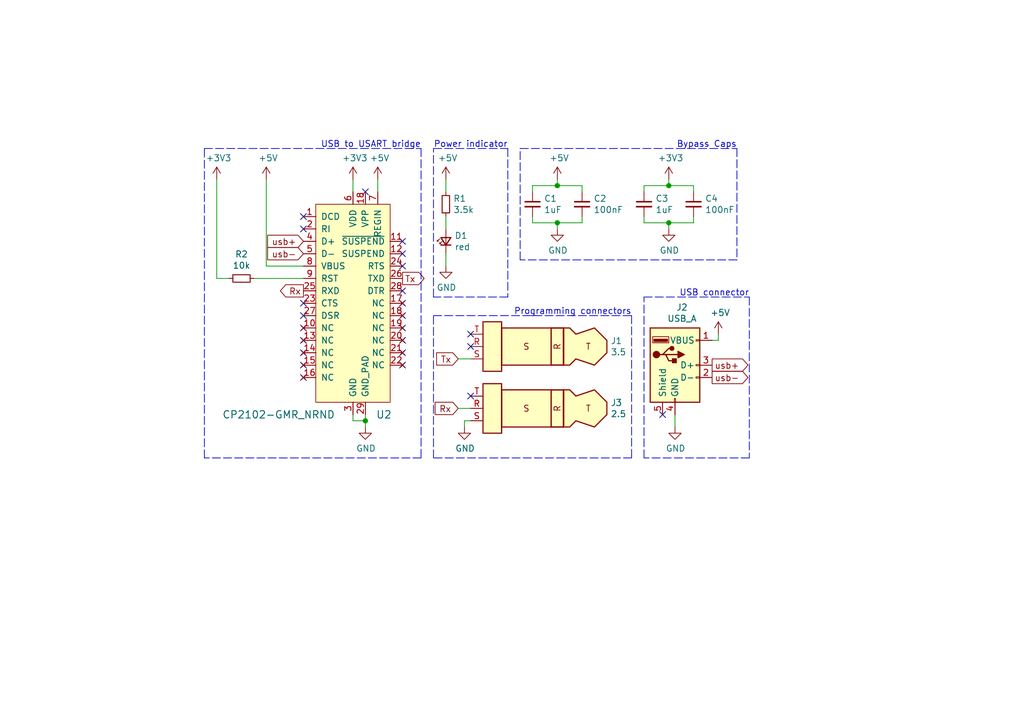
<source format=kicad_sch>
(kicad_sch (version 20211123) (generator eeschema)
  (paper "A5")
  (title_block (title "Baofeng Programming Cable") (date "2021-08-29") (rev "v1.0") (company "Jared Jackson"))
  (lib_symbols
    (symbol "Connector:AudioPlug3"
      (property "Reference" "J" (at 1.27 6.35 0))
      (property "Value" "AudioPlug3" (at 1.27 -6.35 0))
      (symbol "AudioPlug3_0_0"
        (text "R" (at -2.54 0 900) (effects (font (size 1.27 1.27))))
      )
      (symbol "AudioPlug3_0_1"
        (rectangle (start -3.81 3.81) (end -1.27 -3.81) (stroke (width 0.254)))
        (rectangle (start -1.27 -1.27) (end -1.27 -1.27))
      )
      (symbol "AudioPlug3_1_0"
        (text "S" (at 3.81 0 0) (effects (font (size 1.27 1.27))))
        (text "T" (at -8.89 0 0) (effects (font (size 1.27 1.27))))
      )
      (symbol "AudioPlug3_1_1"
        (rectangle (start -3.81 3.81) (end 8.89 -3.81) (stroke (width 0.254)) (fill (type background)))
        (polyline (pts (xy -3.81 3.81) (xy -5.08 3.81) (xy -6.35 2.54) (xy -10.16 3.81) (xy -12.7 1.27) (xy -12.7 -1.27) (xy -10.16 -3.81) (xy -6.35 -2.54) (xy -5.08 -3.81) (xy -3.81 -3.81) (xy -3.81 3.81)) (stroke (width 0.254)) (fill (type background)))
        (rectangle (start 12.7 5.08) (end 8.89 -5.08) (stroke (width 0.254)) (fill (type background)))
        (pin passive line (at 15.24 0 180) (length 2.54) (name "~") (number "R"))
        (pin passive line (at 15.24 2.54 180) (length 2.54) (name "~") (number "S"))
        (pin passive line (at 15.24 -2.54 180) (length 2.54) (name "~") (number "T"))
      )
    )
    (symbol "Connector:USB_A" (pin_names (offset 1.016))
      (property "Reference" "J" (at -5.08 11.43 0))
      (property "Value" "USB_A" (at -5.08 8.89 0))
      (symbol "USB_A_0_1"
        (rectangle (start -5.08 -7.62) (end 5.08 7.62) (stroke (width 0.254)) (fill (type background)))
        (circle (center -3.81 2.159) (radius 0.635) (stroke (width 0.254)) (fill (type outline)))
        (rectangle (start -1.524 4.826) (end -4.318 5.334) (fill (type outline)))
        (rectangle (start -1.27 4.572) (end -4.572 5.842))
        (circle (center -0.635 3.429) (radius 0.381) (stroke (width 0.254)) (fill (type outline)))
        (rectangle (start -0.127 -7.62) (end 0.127 -6.858))
        (polyline (pts (xy -3.175 2.159) (xy -2.54 2.159) (xy -1.27 3.429) (xy -0.635 3.429)) (stroke (width 0.254)))
        (polyline (pts (xy -2.54 2.159) (xy -1.905 2.159) (xy -1.27 0.889) (xy 0 0.889)) (stroke (width 0.254)))
        (polyline (pts (xy 0.635 2.794) (xy 0.635 1.524) (xy 1.905 2.159) (xy 0.635 2.794)) (stroke (width 0.254)) (fill (type outline)))
        (rectangle (start 0.254 1.27) (end -0.508 0.508) (stroke (width 0.254)) (fill (type outline)))
        (rectangle (start 5.08 -2.667) (end 4.318 -2.413))
        (rectangle (start 5.08 -0.127) (end 4.318 0.127))
        (rectangle (start 5.08 4.953) (end 4.318 5.207))
      )
      (symbol "USB_A_1_1"
        (polyline (pts (xy -1.905 2.159) (xy 0.635 2.159)) (stroke (width 0.254)))
        (pin power_in line (at 7.62 5.08 180) (length 2.54) (name "VBUS") (number "1"))
        (pin bidirectional line (at 7.62 -2.54 180) (length 2.54) (name "D-") (number "2"))
        (pin bidirectional line (at 7.62 0 180) (length 2.54) (name "D+") (number "3"))
        (pin power_in line (at 0 -10.16 90) (length 2.54) (name "GND") (number "4"))
        (pin passive line (at -2.54 -10.16 90) (length 2.54) (name "Shield") (number "5"))
      )
    )
    (symbol "Device:C_Small" (pin_numbers hide) (pin_names (offset 0.254) hide)
      (property "Reference" "C" (at 0.254 1.778 0))
      (property "Value" "C_Small" (at 0.254 -2.032 0))
      (symbol "C_Small_0_1"
        (polyline (pts (xy -1.524 -0.508) (xy 1.524 -0.508)) (stroke (width 0.3302)))
        (polyline (pts (xy -1.524 0.508) (xy 1.524 0.508)) (stroke (width 0.3048)))
      )
      (symbol "C_Small_1_1"
        (pin passive line (at 0 2.54 270) (length 2.032) (name "~") (number "1"))
        (pin passive line (at 0 -2.54 90) (length 2.032) (name "~") (number "2"))
      )
    )
    (symbol "Device:LED_Small" (pin_numbers hide) (pin_names (offset 0.254) hide)
      (property "Reference" "D" (at -1.27 3.175 0))
      (property "Value" "LED_Small" (at -4.445 -2.54 0))
      (symbol "LED_Small_0_1"
        (polyline (pts (xy -0.762 -1.016) (xy -0.762 1.016)) (stroke (width 0.254)))
        (polyline (pts (xy 1.016 0) (xy -0.762 0)))
        (polyline (pts (xy 0.762 -1.016) (xy -0.762 0) (xy 0.762 1.016) (xy 0.762 -1.016)) (stroke (width 0.254)))
        (polyline (pts (xy 0 0.762) (xy -0.508 1.27) (xy -0.254 1.27) (xy -0.508 1.27) (xy -0.508 1.016)))
        (polyline (pts (xy 0.508 1.27) (xy 0 1.778) (xy 0.254 1.778) (xy 0 1.778) (xy 0 1.524)))
      )
      (symbol "LED_Small_1_1"
        (pin passive line (at -2.54 0 0) (length 1.778) (name "K") (number "1"))
        (pin passive line (at 2.54 0 180) (length 1.778) (name "A") (number "2"))
      )
    )
    (symbol "Device:R_Small" (pin_numbers hide) (pin_names (offset 0.254) hide)
      (property "Reference" "R" (at 0.762 0.508 0))
      (property "Value" "R_Small" (at 0.762 -1.016 0))
      (symbol "R_Small_0_1"
        (rectangle (start -0.762 1.778) (end 0.762 -1.778) (stroke (width 0.2032)))
      )
      (symbol "R_Small_1_1"
        (pin passive line (at 0 2.54 270) (length 0.762) (name "~") (number "1"))
        (pin passive line (at 0 -2.54 90) (length 0.762) (name "~") (number "2"))
      )
    )
    (symbol "dk_Interface-Controllers:CP2102-GMR_NRND" (pin_names (offset 1.016))
      (property "Reference" "U" (at -2.54 19.05 0))
      (property "Value" "dk_Interface-Controllers_CP2102-GMR_NRND" (at 2.54 -5.08 90))
      (symbol "CP2102-GMR_NRND_0_1"
        (rectangle (start -5.08 17.78) (end 10.16 -22.86) (fill (type background)))
      )
      (symbol "CP2102-GMR_NRND_1_1"
        (pin input line (at -7.62 15.24 0) (length 2.54) (name "DCD") (number "1"))
        (pin no_connect line (at -7.62 -7.62 0) (length 2.54) (name "NC") (number "10"))
        (pin output line (at 12.7 10.16 180) (length 2.54) (name "~{SUSPEND}") (number "11"))
        (pin output line (at 12.7 7.62 180) (length 2.54) (name "SUSPEND") (number "12"))
        (pin no_connect line (at -7.62 -10.16 0) (length 2.54) (name "NC") (number "13"))
        (pin no_connect line (at -7.62 -12.7 0) (length 2.54) (name "NC") (number "14"))
        (pin no_connect line (at -7.62 -15.24 0) (length 2.54) (name "NC") (number "15"))
        (pin no_connect line (at -7.62 -17.78 0) (length 2.54) (name "NC") (number "16"))
        (pin no_connect line (at 12.7 -2.54 180) (length 2.54) (name "NC") (number "17"))
        (pin no_connect line (at 12.7 -5.08 180) (length 2.54) (name "NC") (number "18"))
        (pin power_in line (at 5.08 20.32 270) (length 2.54) (name "VPP") (number "18"))
        (pin no_connect line (at 12.7 -7.62 180) (length 2.54) (name "NC") (number "19"))
        (pin input line (at -7.62 12.7 0) (length 2.54) (name "RI") (number "2"))
        (pin no_connect line (at 12.7 -10.16 180) (length 2.54) (name "NC") (number "20"))
        (pin no_connect line (at 12.7 -12.7 180) (length 2.54) (name "NC") (number "21"))
        (pin no_connect line (at 12.7 -15.24 180) (length 2.54) (name "NC") (number "22"))
        (pin input line (at -7.62 -2.54 0) (length 2.54) (name "CTS") (number "23"))
        (pin output line (at 12.7 5.08 180) (length 2.54) (name "RTS") (number "24"))
        (pin input line (at -7.62 0 0) (length 2.54) (name "RXD") (number "25"))
        (pin output line (at 12.7 2.54 180) (length 2.54) (name "TXD") (number "26"))
        (pin input line (at -7.62 -5.08 0) (length 2.54) (name "DSR") (number "27"))
        (pin output line (at 12.7 0 180) (length 2.54) (name "DTR") (number "28"))
        (pin power_in line (at 5.08 -25.4 90) (length 2.54) (name "GND_PAD") (number "29"))
        (pin power_in line (at 2.54 -25.4 90) (length 2.54) (name "GND") (number "3"))
        (pin bidirectional line (at -7.62 10.16 0) (length 2.54) (name "D+") (number "4"))
        (pin bidirectional line (at -7.62 7.62 0) (length 2.54) (name "D-") (number "5"))
        (pin passive line (at 2.54 20.32 270) (length 2.54) (name "VDD") (number "6"))
        (pin power_in line (at 7.62 20.32 270) (length 2.54) (name "REGIN") (number "7"))
        (pin input line (at -7.62 5.08 0) (length 2.54) (name "VBUS") (number "8"))
        (pin bidirectional line (at -7.62 2.54 0) (length 2.54) (name "RST") (number "9"))
      )
    )
    (symbol "power:+3V3" (power) (pin_names (offset 0))
      (property "Value" "+3V3" (at 0 3.556 0))
      (symbol "+3V3_0_1"
        (polyline (pts (xy -0.762 1.27) (xy 0 2.54)))
        (polyline (pts (xy 0 0) (xy 0 2.54)))
        (polyline (pts (xy 0 2.54) (xy 0.762 1.27)))
      )
      (symbol "+3V3_1_1"
        (pin power_in line (at 0 0 90) (length 0) hide (name "+3V3") (number "1"))
      )
    )
    (symbol "power:+5V" (power) (pin_names (offset 0))
      (property "Value" "+5V" (at 0 3.556 0))
      (symbol "+5V_0_1"
        (polyline (pts (xy -0.762 1.27) (xy 0 2.54)))
        (polyline (pts (xy 0 0) (xy 0 2.54)))
        (polyline (pts (xy 0 2.54) (xy 0.762 1.27)))
      )
      (symbol "+5V_1_1"
        (pin power_in line (at 0 0 90) (length 0) hide (name "+5V") (number "1"))
      )
    )
    (symbol "power:GND" (power) (pin_names (offset 0))
      (property "Value" "GND" (at 0 -3.81 0))
      (symbol "GND_0_1"
        (polyline (pts (xy 0 0) (xy 0 -1.27) (xy 1.27 -1.27) (xy 0 -2.54) (xy -1.27 -1.27) (xy 0 -1.27)))
      )
      (symbol "GND_1_1"
        (pin power_in line (at 0 0 270) (length 0) hide (name "GND") (number "1"))
      )
    )
  )
  (junction (at 74.93 86.36))
  (junction (at 137.16 45.72))
  (junction (at 114.3 45.72))
  (junction (at 137.16 38.1))
  (junction (at 114.3 38.1))
  (no_connect (at 62.23 64.77))
  (no_connect (at 62.23 72.39))
  (no_connect (at 82.55 62.23))
  (no_connect (at 82.55 69.85))
  (no_connect (at 82.55 52.07))
  (no_connect (at 82.55 72.39))
  (no_connect (at 82.55 64.77))
  (no_connect (at 62.23 46.99))
  (no_connect (at 82.55 54.61))
  (no_connect (at 82.55 49.53))
  (no_connect (at 96.52 81.28))
  (no_connect (at 135.89 85.09))
  (no_connect (at 82.55 59.69))
  (no_connect (at 62.23 62.23))
  (no_connect (at 62.23 69.85))
  (no_connect (at 62.23 74.93))
  (no_connect (at 62.23 77.47))
  (no_connect (at 96.52 68.58))
  (no_connect (at 96.52 71.12))
  (no_connect (at 82.55 74.93))
  (no_connect (at 74.93 39.37))
  (no_connect (at 82.55 67.31))
  (no_connect (at 62.23 44.45))
  (no_connect (at 62.23 67.31))
  (wire (pts (xy 72.39 39.37) (xy 72.39 36.83)))
  (wire (pts (xy 44.45 36.83) (xy 44.45 57.15)))
  (wire (pts (xy 119.38 45.72) (xy 119.38 44.45)))
  (wire (pts (xy 138.43 87.63) (xy 138.43 85.09)))
  (wire (pts (xy 91.44 39.37) (xy 91.44 36.83)))
  (wire (pts (xy 132.08 39.37) (xy 132.08 38.1)))
  (polyline (pts (xy 88.9 93.98) (xy 88.9 64.77)))
  (wire (pts (xy 114.3 45.72) (xy 119.38 45.72)))
  (wire (pts (xy 132.08 38.1) (xy 137.16 38.1)))
  (wire (pts (xy 91.44 52.07) (xy 91.44 54.61)))
  (wire (pts (xy 142.24 38.1) (xy 142.24 39.37)))
  (polyline (pts (xy 106.68 30.48) (xy 151.13 30.48)))
  (polyline (pts (xy 153.67 60.96) (xy 153.67 93.98)))
  (wire (pts (xy 96.52 86.36) (xy 95.25 86.36)))
  (polyline (pts (xy 88.9 60.96) (xy 88.9 30.48)))
  (polyline (pts (xy 151.13 53.34) (xy 106.68 53.34)))
  (wire (pts (xy 142.24 45.72) (xy 142.24 44.45)))
  (polyline (pts (xy 106.68 53.34) (xy 106.68 30.48)))
  (wire (pts (xy 54.61 36.83) (xy 54.61 54.61)))
  (wire (pts (xy 72.39 85.09) (xy 72.39 86.36)))
  (wire (pts (xy 114.3 38.1) (xy 119.38 38.1)))
  (polyline (pts (xy 88.9 30.48) (xy 104.14 30.48)))
  (wire (pts (xy 52.07 57.15) (xy 62.23 57.15)))
  (wire (pts (xy 132.08 44.45) (xy 132.08 45.72)))
  (wire (pts (xy 146.05 69.85) (xy 147.32 69.85)))
  (wire (pts (xy 119.38 38.1) (xy 119.38 39.37)))
  (wire (pts (xy 74.93 87.63) (xy 74.93 86.36)))
  (wire (pts (xy 137.16 38.1) (xy 142.24 38.1)))
  (wire (pts (xy 91.44 46.99) (xy 91.44 44.45)))
  (wire (pts (xy 109.22 39.37) (xy 109.22 38.1)))
  (polyline (pts (xy 132.08 60.96) (xy 153.67 60.96)))
  (wire (pts (xy 96.52 73.66) (xy 93.98 73.66)))
  (wire (pts (xy 93.98 83.82) (xy 96.52 83.82)))
  (polyline (pts (xy 88.9 64.77) (xy 129.54 64.77)))
  (polyline (pts (xy 41.91 30.48) (xy 86.36 30.48)))
  (polyline (pts (xy 151.13 30.48) (xy 151.13 53.34)))
  (wire (pts (xy 109.22 44.45) (xy 109.22 45.72)))
  (wire (pts (xy 72.39 86.36) (xy 74.93 86.36)))
  (wire (pts (xy 54.61 54.61) (xy 62.23 54.61)))
  (wire (pts (xy 147.32 69.85) (xy 147.32 68.58)))
  (polyline (pts (xy 153.67 93.98) (xy 132.08 93.98)))
  (wire (pts (xy 109.22 45.72) (xy 114.3 45.72)))
  (wire (pts (xy 44.45 57.15) (xy 46.99 57.15)))
  (polyline (pts (xy 129.54 64.77) (xy 129.54 93.98)))
  (wire (pts (xy 74.93 86.36) (xy 74.93 85.09)))
  (polyline (pts (xy 41.91 93.98) (xy 41.91 30.48)))
  (wire (pts (xy 109.22 38.1) (xy 114.3 38.1)))
  (wire (pts (xy 114.3 38.1) (xy 114.3 36.83)))
  (polyline (pts (xy 104.14 30.48) (xy 104.14 60.96)))
  (wire (pts (xy 114.3 45.72) (xy 114.3 46.99)))
  (wire (pts (xy 137.16 46.99) (xy 137.16 45.72)))
  (wire (pts (xy 95.25 86.36) (xy 95.25 87.63)))
  (wire (pts (xy 137.16 38.1) (xy 137.16 36.83)))
  (wire (pts (xy 132.08 45.72) (xy 137.16 45.72)))
  (polyline (pts (xy 104.14 60.96) (xy 88.9 60.96)))
  (wire (pts (xy 77.47 36.83) (xy 77.47 39.37)))
  (polyline (pts (xy 132.08 93.98) (xy 132.08 60.96)))
  (polyline (pts (xy 86.36 93.98) (xy 41.91 93.98)))
  (polyline (pts (xy 86.36 30.48) (xy 86.36 93.98)))
  (polyline (pts (xy 129.54 93.98) (xy 88.9 93.98)))
  (wire (pts (xy 137.16 45.72) (xy 142.24 45.72)))
  (text "USB connector" (at 153.67 60.96 180) (effects (font (size 1.27 1.27)) (justify right bottom)))
  (text "Bypass Caps" (at 151.13 30.48 180) (effects (font (size 1.27 1.27)) (justify right bottom)))
  (text "Power indicator" (at 104.14 30.48 180) (effects (font (size 1.27 1.27)) (justify right bottom)))
  (text "USB to USART bridge" (at 86.36 30.48 180) (effects (font (size 1.27 1.27)) (justify right bottom)))
  (text "Programming connectors" (at 129.54 64.77 180) (effects (font (size 1.27 1.27)) (justify right bottom)))
  (global_label "usb+" (shape input) (at 62.23 49.53 180) (property "Intersheet References" "${INTERSHEET_REFS}" (effects hide)))
  (global_label "Tx" (shape input) (at 93.98 73.66 180) (property "Intersheet References" "${INTERSHEET_REFS}" (effects hide)))
  (global_label "Tx" (shape output) (at 82.55 57.15 0) (property "Intersheet References" "${INTERSHEET_REFS}" (effects hide)))
  (global_label "Rx" (shape output) (at 62.23 59.69 180) (property "Intersheet References" "${INTERSHEET_REFS}" (effects hide)))
  (global_label "usb-" (shape input) (at 62.23 52.07 180) (property "Intersheet References" "${INTERSHEET_REFS}" (effects hide)))
  (global_label "usb-" (shape output) (at 146.05 77.47 0) (property "Intersheet References" "${INTERSHEET_REFS}" (effects hide)))
  (global_label "usb+" (shape output) (at 146.05 74.93 0) (property "Intersheet References" "${INTERSHEET_REFS}" (effects hide)))
  (global_label "Rx" (shape input) (at 93.98 83.82 180) (property "Intersheet References" "${INTERSHEET_REFS}" (effects hide)))
  (symbol (lib_id "Connector:USB_A") (at 138.43 74.93 0) (unit 1)
    (property "Reference" "J2" (at 139.8778 63.0682 0))
    (property "Value" "USB_A" (at 139.8778 65.3796 0))
    (property "Footprint" "0_jared:USB_A_CNCTech_1001-011-01101_Horizontal_3d" (effects hide))
    (property "Datasheet" " ~" (effects hide))
  )
  (symbol (lib_id "dk_Interface-Controllers:CP2102-GMR_NRND") (at 69.85 59.69 0) (unit 1)
    (property "Reference" "U2" (at 78.74 85.09 0) (effects (font (size 1.524 1.524))))
    (property "Value" "CP2102-GMR_NRND" (at 57.15 85.09 0) (effects (font (size 1.524 1.524))))
    (property "Footprint" "Package_DFN_QFN:QFN-28-1EP_5x5mm_P0.5mm_EP3.35x3.35mm_ThermalVias" (effects hide))
    (property "Datasheet" "https://www.silabs.com/documents/public/data-sheets/CP2102-9.pdf" (effects hide))
    (property "Digi-Key_PN" "336-1160-1-ND" (effects hide))
    (property "MPN" "CP2102-GMR" (effects hide))
    (property "Category" "Integrated Circuits (ICs)" (effects hide))
    (property "Family" "Interface - Controllers" (effects hide))
    (property "DK_Datasheet_Link" "https://www.silabs.com/documents/public/data-sheets/CP2102-9.pdf" (effects hide))
    (property "DK_Detail_Page" "/product-detail/en/silicon-labs/CP2102-GMR/336-1160-1-ND/3672615" (effects hide))
    (property "Description" "IC USB-TO-UART BRIDGE 28VQFN" (effects hide))
    (property "Manufacturer" "Silicon Labs" (effects hide))
    (property "Status" "Not For New Designs" (effects hide))
  )
  (symbol (lib_id "Device:R_Small") (at 91.44 41.91 0) (unit 1)
    (property "Reference" "R1" (at 92.9386 40.7416 0) (effects (justify left)))
    (property "Value" "3.5k" (at 92.9386 43.053 0) (effects (justify left)))
    (property "Footprint" "Resistor_SMD:R_0805_2012Metric_Pad1.20x1.40mm_HandSolder" (effects hide))
  )
  (symbol (lib_id "Device:LED_Small") (at 91.44 49.53 90) (unit 1)
    (property "Reference" "D1" (at 93.218 48.3616 90) (effects (justify right)))
    (property "Value" "red" (at 93.218 50.673 90) (effects (justify right)))
    (property "Footprint" "LED_SMD:LED_0603_1608Metric_Castellated" (effects hide))
  )
  (symbol (lib_id "power:GND") (at 91.44 54.61 0) (unit 1)
    (property "Reference" "#PWR011" (effects hide))
    (property "Value" "GND" (at 91.567 59.0042 0))
  )
  (symbol (lib_id "power:GND") (at 138.43 87.63 0) (unit 1)
    (property "Reference" "#PWR016" (effects hide))
    (property "Value" "GND" (at 138.557 92.0242 0))
  )
  (symbol (lib_id "power:GND") (at 74.93 87.63 0) (unit 1)
    (property "Reference" "#PWR014" (effects hide))
    (property "Value" "GND" (at 75.057 92.0242 0))
  )
  (symbol (lib_id "power:+3V3") (at 72.39 36.83 0) (unit 1)
    (property "Reference" "#PWR03" (effects hide))
    (property "Value" "+3V3" (at 72.771 32.4358 0))
  )
  (symbol (lib_id "power:+5V") (at 54.61 36.83 0) (unit 1)
    (property "Reference" "#PWR02" (effects hide))
    (property "Value" "+5V" (at 54.991 32.4358 0))
  )
  (symbol (lib_id "power:+5V") (at 77.47 36.83 0) (unit 1)
    (property "Reference" "#PWR04" (effects hide))
    (property "Value" "+5V" (at 77.851 32.4358 0))
  )
  (symbol (lib_id "power:+5V") (at 147.32 68.58 0) (unit 1)
    (property "Reference" "#PWR013" (effects hide))
    (property "Value" "+5V" (at 147.701 64.1858 0))
  )
  (symbol (lib_id "power:+5V") (at 91.44 36.83 0) (unit 1)
    (property "Reference" "#PWR05" (effects hide))
    (property "Value" "+5V" (at 91.821 32.4358 0))
  )
  (symbol (lib_id "power:+3V3") (at 137.16 36.83 0) (unit 1)
    (property "Reference" "#PWR07" (effects hide))
    (property "Value" "+3V3" (at 137.541 32.4358 0))
  )
  (symbol (lib_id "power:+5V") (at 114.3 36.83 0) (unit 1)
    (property "Reference" "#PWR06" (effects hide))
    (property "Value" "+5V" (at 114.681 32.4358 0))
  )
  (symbol (lib_id "Device:C_Small") (at 119.38 41.91 0) (unit 1)
    (property "Reference" "C2" (at 121.7168 40.7416 0) (effects (justify left)))
    (property "Value" "100nF" (at 121.7168 43.053 0) (effects (justify left)))
    (property "Footprint" "Capacitor_SMD:C_0603_1608Metric_Pad1.08x0.95mm_HandSolder" (effects hide))
  )
  (symbol (lib_id "Device:C_Small") (at 142.24 41.91 0) (unit 1)
    (property "Reference" "C4" (at 144.5768 40.7416 0) (effects (justify left)))
    (property "Value" "100nF" (at 144.5768 43.053 0) (effects (justify left)))
    (property "Footprint" "Capacitor_SMD:C_0603_1608Metric_Pad1.08x0.95mm_HandSolder" (effects hide))
  )
  (symbol (lib_id "Device:C_Small") (at 109.22 41.91 0) (unit 1)
    (property "Reference" "C1" (at 111.5568 40.7416 0) (effects (justify left)))
    (property "Value" "1uF" (at 111.5568 43.053 0) (effects (justify left)))
    (property "Footprint" "Capacitor_SMD:C_0603_1608Metric_Pad1.08x0.95mm_HandSolder" (effects hide))
  )
  (symbol (lib_id "Device:C_Small") (at 132.08 41.91 0) (unit 1)
    (property "Reference" "C3" (at 134.4168 40.7416 0) (effects (justify left)))
    (property "Value" "1uF" (at 134.4168 43.053 0) (effects (justify left)))
    (property "Footprint" "Capacitor_SMD:C_0603_1608Metric_Pad1.08x0.95mm_HandSolder" (effects hide))
  )
  (symbol (lib_id "power:GND") (at 114.3 46.99 0) (unit 1)
    (property "Reference" "#PWR09" (effects hide))
    (property "Value" "GND" (at 114.427 51.3842 0))
  )
  (symbol (lib_id "power:GND") (at 137.16 46.99 0) (unit 1)
    (property "Reference" "#PWR010" (effects hide))
    (property "Value" "GND" (at 137.287 51.3842 0))
  )
  (symbol (lib_id "power:+3V3") (at 44.45 36.83 0) (unit 1)
    (property "Reference" "#PWR01" (effects hide))
    (property "Value" "+3V3" (at 44.831 32.4358 0))
  )
  (symbol (lib_id "Device:R_Small") (at 49.53 57.15 270) (unit 1)
    (property "Reference" "R2" (at 49.53 52.1716 90))
    (property "Value" "10k" (at 49.53 54.483 90))
    (property "Footprint" "Resistor_SMD:R_0805_2012Metric_Pad1.20x1.40mm_HandSolder" (effects hide))
  )
  (symbol (lib_id "Connector:AudioPlug3") (at 111.76 71.12 180) (unit 1)
    (property "Reference" "J1" (at 125.222 69.9516 0) (effects (justify right)))
    (property "Value" "3.5" (at 125.222 72.263 0) (effects (justify right)))
    (property "Footprint" "0_jared:STX-3000" (effects hide))
  )
  (symbol (lib_id "Connector:AudioPlug3") (at 111.76 83.82 180) (unit 1)
    (property "Reference" "J3" (at 125.222 82.6516 0) (effects (justify right)))
    (property "Value" "2.5" (at 125.222 84.963 0) (effects (justify right)))
    (property "Footprint" "0_jared:STX-2000" (effects hide))
  )
  (symbol (lib_id "power:GND") (at 95.25 87.63 0) (unit 1)
    (property "Reference" "#PWR015" (effects hide))
    (property "Value" "GND" (at 95.377 92.0242 0))
  )
)
</source>
